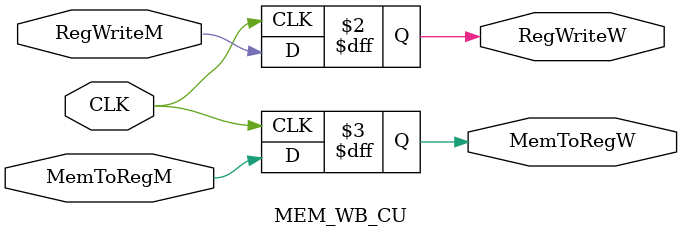
<source format=v>
module MEM_WB_CU(
    input CLK,
    input RegWriteM, MemToRegM,
    output reg RegWriteW, MemToRegW
);

    always @(posedge CLK) begin
        RegWriteW <= RegWriteM;
        MemToRegW <= MemToRegM;
    end

endmodule
</source>
